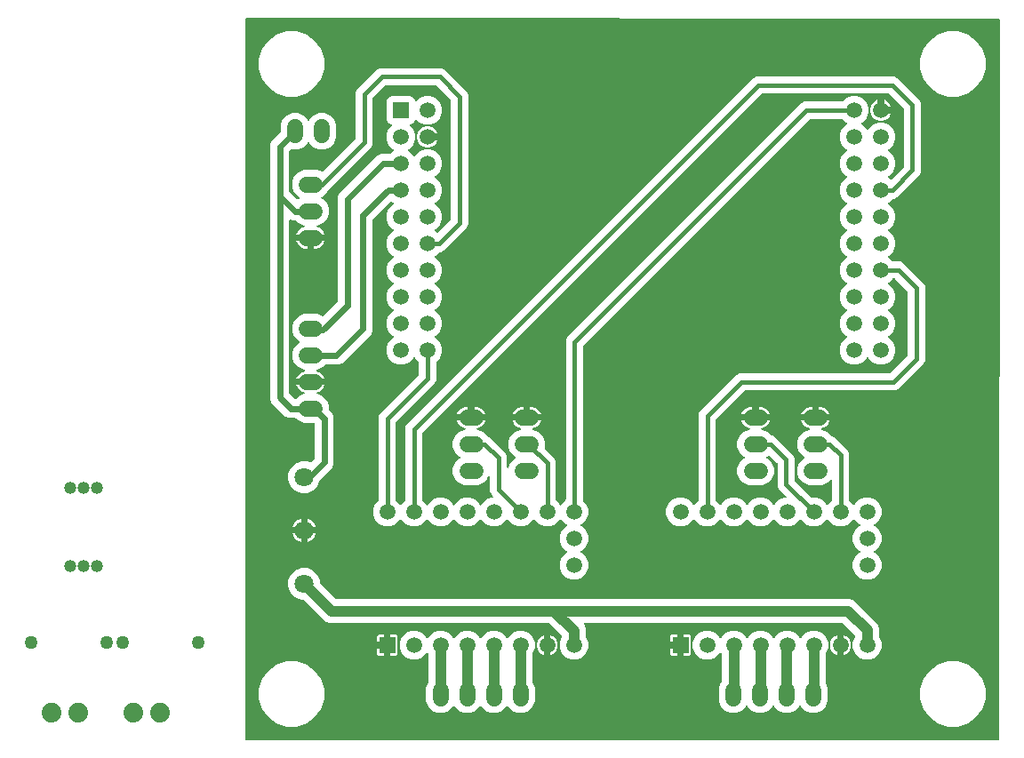
<source format=gbr>
G04 EAGLE Gerber RS-274X export*
G75*
%MOMM*%
%FSLAX34Y34*%
%LPD*%
%INTop Copper*%
%IPPOS*%
%AMOC8*
5,1,8,0,0,1.08239X$1,22.5*%
G01*
G04 Define Apertures*
%ADD10C,1.500000*%
%ADD11R,1.500000X1.500000*%
%ADD12C,1.524000*%
%ADD13R,1.520000X1.520000*%
%ADD14C,1.520000*%
%ADD15C,1.800000*%
%ADD16C,1.879600*%
%ADD17C,1.260000*%
%ADD18C,1.185000*%
%ADD19C,0.609600*%
%ADD20C,1.016000*%
%ADD21C,0.406400*%
G36*
X723449Y6156D02*
X723152Y6096D01*
X6858Y6096D01*
X6583Y6147D01*
X6328Y6311D01*
X6156Y6561D01*
X6096Y6858D01*
X6096Y693133D01*
X6148Y693408D01*
X6311Y693664D01*
X6562Y693835D01*
X6859Y693895D01*
X724133Y692913D01*
X724408Y692862D01*
X724663Y692698D01*
X724834Y692448D01*
X724894Y692150D01*
X723914Y6857D01*
X723863Y6583D01*
X723699Y6328D01*
X723449Y6156D01*
G37*
%LPC*%
G36*
X675070Y618872D02*
X684930Y618872D01*
X694308Y621919D01*
X702285Y627715D01*
X708081Y635692D01*
X711128Y645070D01*
X711128Y654930D01*
X708081Y664308D01*
X702285Y672285D01*
X694308Y678081D01*
X684930Y681128D01*
X675070Y681128D01*
X665692Y678081D01*
X657715Y672285D01*
X651919Y664308D01*
X648872Y654930D01*
X648872Y645070D01*
X651919Y635692D01*
X657715Y627715D01*
X665692Y621919D01*
X675070Y618872D01*
G37*
G36*
X45070Y618872D02*
X54930Y618872D01*
X64308Y621919D01*
X72285Y627715D01*
X78081Y635692D01*
X81128Y645070D01*
X81128Y654930D01*
X78081Y664308D01*
X72285Y672285D01*
X64308Y678081D01*
X54930Y681128D01*
X45070Y681128D01*
X35692Y678081D01*
X27715Y672285D01*
X21919Y664308D01*
X18872Y654930D01*
X18872Y645070D01*
X21919Y635692D01*
X27715Y627715D01*
X35692Y621919D01*
X45070Y618872D01*
G37*
G36*
X316196Y159104D02*
X321604Y159104D01*
X326602Y161174D01*
X330426Y164998D01*
X332496Y169996D01*
X332496Y175404D01*
X330426Y180402D01*
X326602Y184226D01*
X325467Y184696D01*
X325242Y184840D01*
X325064Y185086D01*
X324997Y185382D01*
X325050Y185680D01*
X325216Y185935D01*
X325467Y186104D01*
X326602Y186574D01*
X330426Y190398D01*
X332496Y195396D01*
X332496Y200804D01*
X330426Y205802D01*
X326602Y209626D01*
X325467Y210096D01*
X325242Y210240D01*
X325064Y210486D01*
X324997Y210782D01*
X325050Y211080D01*
X325216Y211335D01*
X325467Y211504D01*
X326602Y211974D01*
X330426Y215798D01*
X332496Y220796D01*
X332496Y226204D01*
X330426Y231202D01*
X327663Y233965D01*
X327500Y234206D01*
X327440Y234504D01*
X327440Y381629D01*
X327495Y381915D01*
X327663Y382168D01*
X543334Y597839D01*
X543575Y598002D01*
X543872Y598062D01*
X574317Y598062D01*
X574603Y598006D01*
X574856Y597839D01*
X578116Y594579D01*
X579046Y594194D01*
X579271Y594050D01*
X579448Y593804D01*
X579516Y593508D01*
X579463Y593210D01*
X579297Y592956D01*
X579046Y592786D01*
X578116Y592401D01*
X574263Y588548D01*
X572178Y583514D01*
X572178Y578066D01*
X574263Y573032D01*
X578116Y569179D01*
X579046Y568794D01*
X579271Y568650D01*
X579448Y568404D01*
X579516Y568108D01*
X579463Y567810D01*
X579297Y567556D01*
X579046Y567386D01*
X578116Y567001D01*
X574263Y563148D01*
X572178Y558114D01*
X572178Y552666D01*
X574263Y547632D01*
X578116Y543779D01*
X579046Y543394D01*
X579271Y543250D01*
X579448Y543004D01*
X579516Y542708D01*
X579463Y542410D01*
X579297Y542156D01*
X579046Y541986D01*
X578116Y541601D01*
X574263Y537748D01*
X572178Y532714D01*
X572178Y527266D01*
X574263Y522232D01*
X578116Y518379D01*
X579046Y517994D01*
X579271Y517850D01*
X579448Y517604D01*
X579516Y517308D01*
X579463Y517010D01*
X579297Y516756D01*
X579046Y516586D01*
X578116Y516201D01*
X574263Y512348D01*
X572178Y507314D01*
X572178Y501866D01*
X574263Y496832D01*
X578116Y492979D01*
X579046Y492594D01*
X579271Y492450D01*
X579448Y492204D01*
X579516Y491908D01*
X579463Y491610D01*
X579297Y491356D01*
X579046Y491186D01*
X578116Y490801D01*
X574263Y486948D01*
X572178Y481914D01*
X572178Y476466D01*
X574263Y471432D01*
X578116Y467579D01*
X579046Y467194D01*
X579271Y467050D01*
X579448Y466804D01*
X579516Y466508D01*
X579463Y466210D01*
X579297Y465956D01*
X579046Y465786D01*
X578116Y465401D01*
X574263Y461548D01*
X572178Y456514D01*
X572178Y451066D01*
X574263Y446032D01*
X578116Y442179D01*
X579046Y441794D01*
X579271Y441650D01*
X579448Y441404D01*
X579516Y441108D01*
X579463Y440810D01*
X579297Y440556D01*
X579046Y440386D01*
X578116Y440001D01*
X574263Y436148D01*
X572178Y431114D01*
X572178Y425666D01*
X574263Y420632D01*
X578116Y416779D01*
X579046Y416394D01*
X579271Y416250D01*
X579448Y416004D01*
X579516Y415708D01*
X579463Y415410D01*
X579297Y415156D01*
X579046Y414986D01*
X578116Y414601D01*
X574263Y410748D01*
X572178Y405714D01*
X572178Y400266D01*
X574263Y395232D01*
X578116Y391379D01*
X579046Y390994D01*
X579271Y390850D01*
X579448Y390604D01*
X579516Y390308D01*
X579463Y390010D01*
X579297Y389756D01*
X579046Y389586D01*
X578116Y389201D01*
X574263Y385348D01*
X572178Y380314D01*
X572178Y374866D01*
X574263Y369832D01*
X578116Y365979D01*
X583150Y363894D01*
X588598Y363894D01*
X593632Y365979D01*
X597485Y369832D01*
X597870Y370762D01*
X598014Y370987D01*
X598260Y371164D01*
X598556Y371232D01*
X598854Y371178D01*
X599109Y371013D01*
X599278Y370762D01*
X599663Y369832D01*
X603516Y365979D01*
X608550Y363894D01*
X613998Y363894D01*
X619032Y365979D01*
X622885Y369832D01*
X624970Y374866D01*
X624970Y380314D01*
X622885Y385348D01*
X619032Y389201D01*
X618103Y389586D01*
X617877Y389730D01*
X617700Y389976D01*
X617632Y390272D01*
X617686Y390570D01*
X617851Y390825D01*
X618103Y390994D01*
X619032Y391379D01*
X622885Y395232D01*
X624970Y400266D01*
X624970Y405714D01*
X622885Y410748D01*
X619032Y414601D01*
X618103Y414986D01*
X617877Y415130D01*
X617700Y415376D01*
X617632Y415672D01*
X617686Y415970D01*
X617851Y416225D01*
X618103Y416394D01*
X619032Y416779D01*
X622885Y420632D01*
X624970Y425666D01*
X624970Y431114D01*
X622885Y436148D01*
X619032Y440001D01*
X618103Y440386D01*
X617877Y440530D01*
X617700Y440776D01*
X617632Y441072D01*
X617686Y441370D01*
X617851Y441625D01*
X618103Y441794D01*
X619032Y442179D01*
X622403Y445550D01*
X622645Y445713D01*
X622942Y445774D01*
X624463Y445774D01*
X624749Y445718D01*
X625001Y445550D01*
X636897Y433654D01*
X637060Y433413D01*
X637121Y433116D01*
X637121Y373066D01*
X637065Y372780D01*
X636897Y372527D01*
X620027Y355657D01*
X619786Y355494D01*
X619489Y355434D01*
X476855Y355434D01*
X473867Y354196D01*
X438896Y319225D01*
X437658Y316237D01*
X437658Y234915D01*
X437603Y234629D01*
X437435Y234376D01*
X434260Y231202D01*
X433790Y230067D01*
X433646Y229842D01*
X433400Y229664D01*
X433104Y229597D01*
X432806Y229650D01*
X432552Y229816D01*
X432382Y230067D01*
X431912Y231202D01*
X428088Y235026D01*
X423091Y237096D01*
X417682Y237096D01*
X412685Y235026D01*
X408860Y231202D01*
X406790Y226204D01*
X406790Y220796D01*
X408860Y215798D01*
X412685Y211974D01*
X417682Y209904D01*
X423091Y209904D01*
X428088Y211974D01*
X431912Y215798D01*
X432382Y216933D01*
X432526Y217158D01*
X432772Y217336D01*
X433068Y217403D01*
X433367Y217350D01*
X433621Y217184D01*
X433790Y216933D01*
X434260Y215798D01*
X438085Y211974D01*
X443082Y209904D01*
X448491Y209904D01*
X453488Y211974D01*
X457312Y215798D01*
X457782Y216933D01*
X457926Y217158D01*
X458172Y217336D01*
X458468Y217403D01*
X458767Y217350D01*
X459021Y217184D01*
X459190Y216933D01*
X459660Y215798D01*
X463485Y211974D01*
X468482Y209904D01*
X473891Y209904D01*
X478888Y211974D01*
X482712Y215798D01*
X483182Y216933D01*
X483326Y217158D01*
X483572Y217336D01*
X483868Y217403D01*
X484167Y217350D01*
X484421Y217184D01*
X484590Y216933D01*
X485060Y215798D01*
X488885Y211974D01*
X493882Y209904D01*
X499291Y209904D01*
X504288Y211974D01*
X508112Y215798D01*
X508582Y216933D01*
X508726Y217158D01*
X508972Y217336D01*
X509268Y217403D01*
X509567Y217350D01*
X509821Y217184D01*
X509990Y216933D01*
X510460Y215798D01*
X514285Y211974D01*
X519282Y209904D01*
X524691Y209904D01*
X529688Y211974D01*
X533512Y215798D01*
X533982Y216933D01*
X534126Y217158D01*
X534372Y217336D01*
X534668Y217403D01*
X534967Y217350D01*
X535221Y217184D01*
X535390Y216933D01*
X535860Y215798D01*
X539685Y211974D01*
X544682Y209904D01*
X550091Y209904D01*
X555088Y211974D01*
X558912Y215798D01*
X559382Y216933D01*
X559526Y217158D01*
X559772Y217336D01*
X560068Y217403D01*
X560367Y217350D01*
X560621Y217184D01*
X560790Y216933D01*
X561260Y215798D01*
X565085Y211974D01*
X570082Y209904D01*
X575491Y209904D01*
X580488Y211974D01*
X584312Y215798D01*
X584782Y216933D01*
X584926Y217158D01*
X585172Y217336D01*
X585468Y217403D01*
X585767Y217350D01*
X586021Y217184D01*
X586190Y216933D01*
X586660Y215798D01*
X590485Y211974D01*
X591619Y211504D01*
X591844Y211360D01*
X592022Y211114D01*
X592089Y210818D01*
X592036Y210520D01*
X591871Y210266D01*
X591619Y210096D01*
X590485Y209626D01*
X586660Y205802D01*
X584590Y200804D01*
X584590Y195396D01*
X586660Y190398D01*
X590485Y186574D01*
X591619Y186104D01*
X591844Y185960D01*
X592022Y185714D01*
X592089Y185418D01*
X592036Y185120D01*
X591871Y184866D01*
X591619Y184696D01*
X590485Y184226D01*
X586660Y180402D01*
X584590Y175404D01*
X584590Y169996D01*
X586660Y164998D01*
X590485Y161174D01*
X595482Y159104D01*
X600891Y159104D01*
X605888Y161174D01*
X609712Y164998D01*
X611782Y169996D01*
X611782Y175404D01*
X609712Y180402D01*
X605888Y184226D01*
X604753Y184696D01*
X604528Y184840D01*
X604351Y185086D01*
X604283Y185382D01*
X604336Y185680D01*
X604502Y185935D01*
X604753Y186104D01*
X605888Y186574D01*
X609712Y190398D01*
X611782Y195396D01*
X611782Y200804D01*
X609712Y205802D01*
X605888Y209626D01*
X604753Y210096D01*
X604528Y210240D01*
X604351Y210486D01*
X604283Y210782D01*
X604336Y211080D01*
X604502Y211335D01*
X604753Y211504D01*
X605888Y211974D01*
X609712Y215798D01*
X611782Y220796D01*
X611782Y226204D01*
X609712Y231202D01*
X605888Y235026D01*
X600891Y237096D01*
X595482Y237096D01*
X590485Y235026D01*
X586660Y231202D01*
X586190Y230067D01*
X586046Y229842D01*
X585800Y229664D01*
X585504Y229597D01*
X585206Y229650D01*
X584952Y229816D01*
X584782Y230067D01*
X584312Y231202D01*
X581137Y234376D01*
X580975Y234618D01*
X580914Y234915D01*
X580914Y278831D01*
X579677Y281818D01*
X566604Y294891D01*
X564546Y295743D01*
X564299Y295908D01*
X560580Y299628D01*
X555538Y301716D01*
X554983Y301716D01*
X554725Y301761D01*
X554466Y301918D01*
X554288Y302164D01*
X554221Y302460D01*
X554274Y302758D01*
X554439Y303013D01*
X554691Y303182D01*
X558565Y304787D01*
X561423Y307645D01*
X562545Y310352D01*
X535455Y310352D01*
X536577Y307645D01*
X539435Y304787D01*
X543309Y303182D01*
X543530Y303042D01*
X543709Y302797D01*
X543779Y302502D01*
X543728Y302203D01*
X543565Y301948D01*
X543315Y301776D01*
X543017Y301716D01*
X542462Y301716D01*
X537421Y299628D01*
X533562Y295770D01*
X531474Y290728D01*
X531474Y285272D01*
X533562Y280231D01*
X537421Y276372D01*
X538309Y276004D01*
X538535Y275860D01*
X538712Y275614D01*
X538779Y275318D01*
X538726Y275020D01*
X538561Y274766D01*
X538309Y274596D01*
X537421Y274228D01*
X533562Y270370D01*
X531474Y265328D01*
X531474Y259872D01*
X533562Y254831D01*
X537421Y250972D01*
X542462Y248884D01*
X555538Y248884D01*
X560580Y250972D01*
X563357Y253750D01*
X563577Y253903D01*
X563872Y253973D01*
X564171Y253922D01*
X564426Y253759D01*
X564598Y253508D01*
X564658Y253211D01*
X564658Y234915D01*
X564603Y234629D01*
X564435Y234376D01*
X561260Y231202D01*
X560790Y230067D01*
X560646Y229842D01*
X560400Y229664D01*
X560104Y229597D01*
X559806Y229650D01*
X559552Y229816D01*
X559382Y230067D01*
X558912Y231202D01*
X555088Y235026D01*
X550091Y237096D01*
X545601Y237096D01*
X545315Y237152D01*
X545062Y237319D01*
X529351Y253030D01*
X529188Y253271D01*
X529128Y253569D01*
X529128Y274617D01*
X527891Y277604D01*
X510604Y294891D01*
X507617Y296128D01*
X507395Y296128D01*
X507109Y296184D01*
X506856Y296351D01*
X503580Y299628D01*
X498538Y301716D01*
X497983Y301716D01*
X497725Y301761D01*
X497466Y301918D01*
X497288Y302164D01*
X497221Y302460D01*
X497274Y302758D01*
X497439Y303013D01*
X497691Y303182D01*
X501565Y304787D01*
X504423Y307645D01*
X505545Y310352D01*
X478455Y310352D01*
X479577Y307645D01*
X482435Y304787D01*
X486309Y303182D01*
X486530Y303042D01*
X486709Y302797D01*
X486779Y302502D01*
X486728Y302203D01*
X486565Y301948D01*
X486315Y301776D01*
X486017Y301716D01*
X485462Y301716D01*
X480421Y299628D01*
X476562Y295770D01*
X474474Y290728D01*
X474474Y285272D01*
X476562Y280231D01*
X480421Y276372D01*
X481309Y276004D01*
X481535Y275860D01*
X481712Y275614D01*
X481779Y275318D01*
X481726Y275020D01*
X481561Y274766D01*
X481309Y274596D01*
X480421Y274228D01*
X476562Y270370D01*
X474474Y265328D01*
X474474Y259872D01*
X476562Y254831D01*
X480421Y250972D01*
X485462Y248884D01*
X498538Y248884D01*
X503580Y250972D01*
X507438Y254831D01*
X509526Y259872D01*
X509526Y265328D01*
X507438Y270370D01*
X503580Y274228D01*
X502691Y274596D01*
X502465Y274740D01*
X502288Y274986D01*
X502221Y275282D01*
X502274Y275580D01*
X502439Y275835D01*
X502691Y276004D01*
X503580Y276372D01*
X504318Y277110D01*
X504548Y277268D01*
X504844Y277333D01*
X505142Y277278D01*
X505395Y277110D01*
X512649Y269856D01*
X512812Y269615D01*
X512872Y269318D01*
X512872Y248269D01*
X514109Y245282D01*
X520995Y238397D01*
X521148Y238177D01*
X521218Y237882D01*
X521167Y237583D01*
X521003Y237328D01*
X520753Y237156D01*
X520456Y237096D01*
X519282Y237096D01*
X514285Y235026D01*
X510460Y231202D01*
X509990Y230067D01*
X509846Y229842D01*
X509600Y229664D01*
X509304Y229597D01*
X509006Y229650D01*
X508752Y229816D01*
X508582Y230067D01*
X508112Y231202D01*
X504288Y235026D01*
X499291Y237096D01*
X493882Y237096D01*
X488885Y235026D01*
X485060Y231202D01*
X484590Y230067D01*
X484446Y229842D01*
X484200Y229664D01*
X483904Y229597D01*
X483606Y229650D01*
X483352Y229816D01*
X483182Y230067D01*
X482712Y231202D01*
X478888Y235026D01*
X473891Y237096D01*
X468482Y237096D01*
X463485Y235026D01*
X459660Y231202D01*
X459190Y230067D01*
X459046Y229842D01*
X458800Y229664D01*
X458504Y229597D01*
X458206Y229650D01*
X457952Y229816D01*
X457782Y230067D01*
X457312Y231202D01*
X454137Y234376D01*
X453975Y234618D01*
X453914Y234915D01*
X453914Y310938D01*
X453970Y311224D01*
X454137Y311477D01*
X481615Y338954D01*
X481857Y339117D01*
X482154Y339178D01*
X624788Y339178D01*
X627775Y340415D01*
X652139Y364779D01*
X653377Y367767D01*
X653377Y438415D01*
X652139Y441402D01*
X632749Y460792D01*
X629762Y462030D01*
X622719Y462030D01*
X622433Y462085D01*
X622180Y462253D01*
X619032Y465401D01*
X618103Y465786D01*
X617877Y465930D01*
X617700Y466176D01*
X617632Y466472D01*
X617686Y466770D01*
X617851Y467025D01*
X618103Y467194D01*
X619032Y467579D01*
X622885Y471432D01*
X624970Y476466D01*
X624970Y481914D01*
X622885Y486948D01*
X619032Y490801D01*
X618103Y491186D01*
X617877Y491330D01*
X617700Y491576D01*
X617632Y491872D01*
X617686Y492170D01*
X617851Y492425D01*
X618103Y492594D01*
X619032Y492979D01*
X622885Y496832D01*
X624970Y501866D01*
X624970Y507314D01*
X622885Y512348D01*
X619032Y516201D01*
X618103Y516586D01*
X617877Y516730D01*
X617700Y516976D01*
X617632Y517272D01*
X617686Y517570D01*
X617851Y517825D01*
X618103Y517994D01*
X619032Y518379D01*
X622292Y521639D01*
X622534Y521802D01*
X622831Y521862D01*
X623891Y521862D01*
X626878Y523099D01*
X648139Y544360D01*
X649377Y547348D01*
X649377Y612555D01*
X648139Y615542D01*
X626775Y636906D01*
X623788Y638143D01*
X492803Y638143D01*
X489815Y636906D01*
X159560Y306651D01*
X158323Y303663D01*
X158323Y234866D01*
X158267Y234580D01*
X158100Y234327D01*
X154974Y231202D01*
X154504Y230067D01*
X154360Y229842D01*
X154114Y229664D01*
X153818Y229597D01*
X153520Y229650D01*
X153266Y229816D01*
X153096Y230067D01*
X152626Y231202D01*
X149351Y234476D01*
X149188Y234718D01*
X149128Y235015D01*
X149128Y308318D01*
X149184Y308604D01*
X149351Y308856D01*
X186365Y345870D01*
X187602Y348857D01*
X187602Y366033D01*
X187658Y366319D01*
X187825Y366572D01*
X191085Y369832D01*
X193170Y374866D01*
X193170Y380314D01*
X191085Y385348D01*
X187232Y389201D01*
X186303Y389586D01*
X186077Y389730D01*
X185900Y389976D01*
X185832Y390272D01*
X185886Y390570D01*
X186051Y390825D01*
X186303Y390994D01*
X187232Y391379D01*
X191085Y395232D01*
X193170Y400266D01*
X193170Y405714D01*
X191085Y410748D01*
X187232Y414601D01*
X186303Y414986D01*
X186077Y415130D01*
X185900Y415376D01*
X185832Y415672D01*
X185886Y415970D01*
X186051Y416225D01*
X186303Y416394D01*
X187232Y416779D01*
X191085Y420632D01*
X193170Y425666D01*
X193170Y431114D01*
X191085Y436148D01*
X187232Y440001D01*
X186303Y440386D01*
X186077Y440530D01*
X185900Y440776D01*
X185832Y441072D01*
X185886Y441370D01*
X186051Y441625D01*
X186303Y441794D01*
X187232Y442179D01*
X191085Y446032D01*
X193170Y451066D01*
X193170Y456514D01*
X191085Y461548D01*
X187232Y465401D01*
X186303Y465786D01*
X186077Y465930D01*
X185900Y466176D01*
X185832Y466472D01*
X185886Y466770D01*
X186051Y467025D01*
X186303Y467194D01*
X187232Y467579D01*
X190492Y470839D01*
X190734Y471002D01*
X191031Y471062D01*
X191807Y471062D01*
X194794Y472299D01*
X216891Y494396D01*
X218128Y497383D01*
X218128Y620617D01*
X216891Y623604D01*
X195604Y644891D01*
X192617Y646128D01*
X134383Y646128D01*
X131396Y644891D01*
X112109Y625604D01*
X110872Y622617D01*
X110872Y579082D01*
X110816Y578796D01*
X110649Y578544D01*
X79624Y547519D01*
X79388Y547358D01*
X79091Y547295D01*
X78794Y547353D01*
X74538Y549116D01*
X61462Y549116D01*
X56421Y547028D01*
X52562Y543170D01*
X50474Y538128D01*
X50474Y532672D01*
X52562Y527631D01*
X56421Y523772D01*
X57309Y523404D01*
X57535Y523260D01*
X57712Y523014D01*
X57779Y522718D01*
X57726Y522420D01*
X57561Y522166D01*
X57309Y521996D01*
X56421Y521628D01*
X55901Y521108D01*
X55670Y520950D01*
X55374Y520885D01*
X55076Y520941D01*
X54823Y521108D01*
X47961Y527970D01*
X47799Y528212D01*
X47738Y528509D01*
X47738Y567238D01*
X47794Y567524D01*
X47961Y567776D01*
X48859Y568674D01*
X49095Y568835D01*
X49392Y568897D01*
X49690Y568839D01*
X50572Y568474D01*
X56028Y568474D01*
X61070Y570562D01*
X64928Y574421D01*
X65296Y575309D01*
X65440Y575535D01*
X65686Y575712D01*
X65982Y575779D01*
X66280Y575726D01*
X66535Y575561D01*
X66704Y575309D01*
X67072Y574421D01*
X70931Y570562D01*
X75972Y568474D01*
X81428Y568474D01*
X86470Y570562D01*
X90328Y574421D01*
X92416Y579462D01*
X92416Y592538D01*
X90328Y597580D01*
X86470Y601438D01*
X81428Y603526D01*
X75972Y603526D01*
X70931Y601438D01*
X67072Y597580D01*
X66704Y596691D01*
X66560Y596465D01*
X66314Y596288D01*
X66018Y596221D01*
X65720Y596274D01*
X65466Y596439D01*
X65296Y596691D01*
X64928Y597580D01*
X61070Y601438D01*
X56028Y603526D01*
X50572Y603526D01*
X45531Y601438D01*
X41672Y597580D01*
X39584Y592538D01*
X39584Y585578D01*
X39528Y585292D01*
X39361Y585039D01*
X30842Y576520D01*
X29450Y573160D01*
X29450Y330887D01*
X30842Y327526D01*
X44220Y314148D01*
X47581Y312756D01*
X53621Y312756D01*
X53907Y312700D01*
X54160Y312533D01*
X56421Y310272D01*
X61462Y308184D01*
X71094Y308184D01*
X71369Y308133D01*
X71624Y307969D01*
X71796Y307719D01*
X71856Y307422D01*
X71856Y274703D01*
X71800Y274417D01*
X71633Y274164D01*
X68306Y270837D01*
X68070Y270677D01*
X67773Y270614D01*
X67475Y270672D01*
X65003Y271696D01*
X58997Y271696D01*
X53449Y269398D01*
X49202Y265151D01*
X46904Y259603D01*
X46904Y253597D01*
X49202Y248049D01*
X53449Y243802D01*
X58997Y241504D01*
X65003Y241504D01*
X70551Y243802D01*
X74798Y248049D01*
X77151Y253729D01*
X77152Y253735D01*
X77319Y253988D01*
X88752Y265420D01*
X90144Y268781D01*
X90144Y313719D01*
X88752Y317080D01*
X85749Y320082D01*
X85586Y320324D01*
X85526Y320621D01*
X85526Y324628D01*
X83438Y329670D01*
X79580Y333528D01*
X74538Y335616D01*
X73983Y335616D01*
X73725Y335661D01*
X73466Y335818D01*
X73288Y336064D01*
X73221Y336360D01*
X73274Y336658D01*
X73439Y336913D01*
X73691Y337082D01*
X77565Y338687D01*
X80423Y341545D01*
X81545Y344252D01*
X54455Y344252D01*
X55577Y341545D01*
X58435Y338687D01*
X62309Y337082D01*
X62530Y336942D01*
X62709Y336697D01*
X62779Y336402D01*
X62728Y336103D01*
X62565Y335848D01*
X62315Y335676D01*
X62017Y335616D01*
X61462Y335616D01*
X56421Y333528D01*
X54160Y331267D01*
X53918Y331104D01*
X53621Y331044D01*
X53503Y331044D01*
X53217Y331100D01*
X52964Y331267D01*
X47961Y336270D01*
X47799Y336512D01*
X47738Y336809D01*
X47738Y501142D01*
X47787Y501411D01*
X47949Y501667D01*
X48197Y501841D01*
X48494Y501904D01*
X48792Y501846D01*
X51181Y500856D01*
X53621Y500856D01*
X53907Y500800D01*
X54160Y500633D01*
X56421Y498372D01*
X61462Y496284D01*
X62017Y496284D01*
X62275Y496239D01*
X62534Y496082D01*
X62712Y495836D01*
X62779Y495540D01*
X62726Y495242D01*
X62561Y494988D01*
X62309Y494818D01*
X58435Y493213D01*
X55577Y490355D01*
X54455Y487648D01*
X81545Y487648D01*
X80423Y490355D01*
X77565Y493213D01*
X73691Y494818D01*
X73470Y494958D01*
X73291Y495203D01*
X73221Y495498D01*
X73272Y495797D01*
X73435Y496052D01*
X73685Y496224D01*
X73983Y496284D01*
X74538Y496284D01*
X79580Y498372D01*
X83438Y502231D01*
X85526Y507272D01*
X85526Y512728D01*
X83438Y517770D01*
X79580Y521628D01*
X78691Y521996D01*
X78465Y522140D01*
X78288Y522386D01*
X78221Y522682D01*
X78274Y522980D01*
X78439Y523235D01*
X78691Y523404D01*
X79580Y523772D01*
X83438Y527631D01*
X83884Y528707D01*
X84049Y528954D01*
X125891Y570796D01*
X127128Y573783D01*
X127128Y617318D01*
X127184Y617604D01*
X127351Y617856D01*
X139144Y629649D01*
X139385Y629812D01*
X139682Y629872D01*
X187318Y629872D01*
X187604Y629816D01*
X187856Y629649D01*
X201649Y615856D01*
X201812Y615615D01*
X201872Y615318D01*
X201872Y502682D01*
X201816Y502396D01*
X201649Y502144D01*
X189308Y489803D01*
X189078Y489645D01*
X188781Y489580D01*
X188483Y489635D01*
X188230Y489803D01*
X187232Y490801D01*
X186303Y491186D01*
X186077Y491330D01*
X185900Y491576D01*
X185832Y491872D01*
X185886Y492170D01*
X186051Y492425D01*
X186303Y492594D01*
X187232Y492979D01*
X191085Y496832D01*
X193170Y501866D01*
X193170Y507314D01*
X191085Y512348D01*
X187232Y516201D01*
X186303Y516586D01*
X186077Y516730D01*
X185900Y516976D01*
X185832Y517272D01*
X185886Y517570D01*
X186051Y517825D01*
X186303Y517994D01*
X187232Y518379D01*
X191085Y522232D01*
X193170Y527266D01*
X193170Y532714D01*
X191085Y537748D01*
X187232Y541601D01*
X186303Y541986D01*
X186077Y542130D01*
X185900Y542376D01*
X185832Y542672D01*
X185886Y542970D01*
X186051Y543225D01*
X186303Y543394D01*
X187232Y543779D01*
X191085Y547632D01*
X193170Y552666D01*
X193170Y558114D01*
X191085Y563148D01*
X187232Y567001D01*
X182198Y569086D01*
X176750Y569086D01*
X171716Y567001D01*
X167863Y563148D01*
X167478Y562219D01*
X167334Y561993D01*
X167088Y561816D01*
X166792Y561748D01*
X166494Y561802D01*
X166240Y561967D01*
X166070Y562219D01*
X165685Y563148D01*
X161832Y567001D01*
X160903Y567386D01*
X160677Y567530D01*
X160500Y567776D01*
X160432Y568072D01*
X160486Y568370D01*
X160651Y568625D01*
X160903Y568794D01*
X161832Y569179D01*
X165685Y573032D01*
X167770Y578066D01*
X167770Y583514D01*
X165685Y588548D01*
X162882Y591352D01*
X162726Y591576D01*
X162659Y591872D01*
X162712Y592171D01*
X162877Y592425D01*
X163129Y592594D01*
X165127Y593422D01*
X166842Y595137D01*
X167670Y597135D01*
X167818Y597365D01*
X168065Y597540D01*
X168362Y597606D01*
X168660Y597550D01*
X168913Y597382D01*
X171716Y594579D01*
X176750Y592494D01*
X182198Y592494D01*
X187232Y594579D01*
X191085Y598432D01*
X193170Y603466D01*
X193170Y608914D01*
X191085Y613948D01*
X187232Y617801D01*
X182198Y619886D01*
X176750Y619886D01*
X171716Y617801D01*
X168913Y614998D01*
X168688Y614842D01*
X168392Y614775D01*
X168093Y614828D01*
X167839Y614993D01*
X167670Y615245D01*
X166842Y617243D01*
X165127Y618958D01*
X162887Y619886D01*
X145261Y619886D01*
X143021Y618958D01*
X141306Y617243D01*
X140378Y615003D01*
X140378Y597377D01*
X141306Y595137D01*
X143021Y593422D01*
X145019Y592594D01*
X145249Y592446D01*
X145424Y592199D01*
X145490Y591902D01*
X145434Y591604D01*
X145266Y591352D01*
X142463Y588548D01*
X140378Y583514D01*
X140378Y578066D01*
X142463Y573032D01*
X146316Y569179D01*
X147246Y568794D01*
X147471Y568650D01*
X147648Y568404D01*
X147716Y568108D01*
X147663Y567810D01*
X147497Y567556D01*
X147246Y567386D01*
X146316Y567001D01*
X144072Y564757D01*
X143831Y564594D01*
X143533Y564534D01*
X135255Y564534D01*
X131894Y563142D01*
X95248Y526496D01*
X93856Y523135D01*
X93856Y424203D01*
X93800Y423917D01*
X93633Y423664D01*
X80022Y410054D01*
X79786Y409893D01*
X79489Y409831D01*
X79192Y409889D01*
X74538Y411816D01*
X61462Y411816D01*
X56421Y409728D01*
X52562Y405870D01*
X50474Y400828D01*
X50474Y395372D01*
X52562Y390331D01*
X56421Y386472D01*
X57309Y386104D01*
X57535Y385960D01*
X57712Y385714D01*
X57779Y385418D01*
X57726Y385120D01*
X57561Y384866D01*
X57309Y384696D01*
X56421Y384328D01*
X52562Y380470D01*
X50474Y375428D01*
X50474Y369972D01*
X52562Y364931D01*
X56421Y361072D01*
X61462Y358984D01*
X62017Y358984D01*
X62275Y358939D01*
X62534Y358782D01*
X62712Y358536D01*
X62779Y358240D01*
X62726Y357942D01*
X62561Y357688D01*
X62309Y357518D01*
X58435Y355913D01*
X55577Y353055D01*
X54455Y350348D01*
X81545Y350348D01*
X80423Y353055D01*
X77565Y355913D01*
X73691Y357518D01*
X73470Y357658D01*
X73291Y357903D01*
X73221Y358198D01*
X73272Y358497D01*
X73435Y358752D01*
X73685Y358924D01*
X73983Y358984D01*
X74538Y358984D01*
X79580Y361072D01*
X81840Y363333D01*
X82082Y363496D01*
X82379Y363556D01*
X94519Y363556D01*
X97880Y364948D01*
X125752Y392820D01*
X127144Y396181D01*
X127144Y501813D01*
X127200Y502099D01*
X127367Y502352D01*
X144317Y519301D01*
X144547Y519459D01*
X144843Y519524D01*
X145141Y519468D01*
X145394Y519301D01*
X146316Y518379D01*
X147246Y517994D01*
X147471Y517850D01*
X147648Y517604D01*
X147716Y517308D01*
X147663Y517010D01*
X147497Y516756D01*
X147246Y516586D01*
X146316Y516201D01*
X142463Y512348D01*
X140378Y507314D01*
X140378Y501866D01*
X142463Y496832D01*
X146316Y492979D01*
X147246Y492594D01*
X147471Y492450D01*
X147648Y492204D01*
X147716Y491908D01*
X147663Y491610D01*
X147497Y491356D01*
X147246Y491186D01*
X146316Y490801D01*
X142463Y486948D01*
X140378Y481914D01*
X140378Y476466D01*
X142463Y471432D01*
X146316Y467579D01*
X147246Y467194D01*
X147471Y467050D01*
X147648Y466804D01*
X147716Y466508D01*
X147663Y466210D01*
X147497Y465956D01*
X147246Y465786D01*
X146316Y465401D01*
X142463Y461548D01*
X140378Y456514D01*
X140378Y451066D01*
X142463Y446032D01*
X146316Y442179D01*
X147246Y441794D01*
X147471Y441650D01*
X147648Y441404D01*
X147716Y441108D01*
X147663Y440810D01*
X147497Y440556D01*
X147246Y440386D01*
X146316Y440001D01*
X142463Y436148D01*
X140378Y431114D01*
X140378Y425666D01*
X142463Y420632D01*
X146316Y416779D01*
X147246Y416394D01*
X147471Y416250D01*
X147648Y416004D01*
X147716Y415708D01*
X147663Y415410D01*
X147497Y415156D01*
X147246Y414986D01*
X146316Y414601D01*
X142463Y410748D01*
X140378Y405714D01*
X140378Y400266D01*
X142463Y395232D01*
X146316Y391379D01*
X147246Y390994D01*
X147471Y390850D01*
X147648Y390604D01*
X147716Y390308D01*
X147663Y390010D01*
X147497Y389756D01*
X147246Y389586D01*
X146316Y389201D01*
X142463Y385348D01*
X140378Y380314D01*
X140378Y374866D01*
X142463Y369832D01*
X146316Y365979D01*
X151350Y363894D01*
X156798Y363894D01*
X161832Y365979D01*
X165685Y369832D01*
X166070Y370762D01*
X166214Y370987D01*
X166460Y371164D01*
X166756Y371232D01*
X167054Y371178D01*
X167309Y371013D01*
X167478Y370762D01*
X167863Y369832D01*
X171123Y366572D01*
X171286Y366331D01*
X171346Y366033D01*
X171346Y354156D01*
X171290Y353870D01*
X171123Y353618D01*
X134109Y316604D01*
X132872Y313617D01*
X132872Y234815D01*
X132816Y234529D01*
X132649Y234276D01*
X129574Y231202D01*
X127504Y226204D01*
X127504Y220796D01*
X129574Y215798D01*
X133398Y211974D01*
X138396Y209904D01*
X143804Y209904D01*
X148802Y211974D01*
X152626Y215798D01*
X153096Y216933D01*
X153240Y217158D01*
X153486Y217336D01*
X153782Y217403D01*
X154080Y217350D01*
X154335Y217184D01*
X154504Y216933D01*
X154974Y215798D01*
X158798Y211974D01*
X163796Y209904D01*
X169204Y209904D01*
X174202Y211974D01*
X178026Y215798D01*
X178496Y216933D01*
X178640Y217158D01*
X178886Y217336D01*
X179182Y217403D01*
X179480Y217350D01*
X179735Y217184D01*
X179904Y216933D01*
X180374Y215798D01*
X184198Y211974D01*
X189196Y209904D01*
X194604Y209904D01*
X199602Y211974D01*
X203426Y215798D01*
X203896Y216933D01*
X204040Y217158D01*
X204286Y217336D01*
X204582Y217403D01*
X204880Y217350D01*
X205135Y217184D01*
X205304Y216933D01*
X205774Y215798D01*
X209598Y211974D01*
X214596Y209904D01*
X220004Y209904D01*
X225002Y211974D01*
X228826Y215798D01*
X229296Y216933D01*
X229440Y217158D01*
X229686Y217336D01*
X229982Y217403D01*
X230280Y217350D01*
X230535Y217184D01*
X230704Y216933D01*
X231174Y215798D01*
X234998Y211974D01*
X239996Y209904D01*
X245404Y209904D01*
X250402Y211974D01*
X254226Y215798D01*
X254696Y216933D01*
X254840Y217158D01*
X255086Y217336D01*
X255382Y217403D01*
X255680Y217350D01*
X255935Y217184D01*
X256104Y216933D01*
X256574Y215798D01*
X260398Y211974D01*
X265396Y209904D01*
X270804Y209904D01*
X275802Y211974D01*
X279626Y215798D01*
X280096Y216933D01*
X280240Y217158D01*
X280486Y217336D01*
X280782Y217403D01*
X281080Y217350D01*
X281335Y217184D01*
X281504Y216933D01*
X281974Y215798D01*
X285798Y211974D01*
X290796Y209904D01*
X296204Y209904D01*
X301202Y211974D01*
X305026Y215798D01*
X305496Y216933D01*
X305640Y217158D01*
X305886Y217336D01*
X306182Y217403D01*
X306480Y217350D01*
X306735Y217184D01*
X306904Y216933D01*
X307374Y215798D01*
X311198Y211974D01*
X312333Y211504D01*
X312558Y211360D01*
X312736Y211114D01*
X312803Y210818D01*
X312750Y210520D01*
X312584Y210266D01*
X312333Y210096D01*
X311198Y209626D01*
X307374Y205802D01*
X305304Y200804D01*
X305304Y195396D01*
X307374Y190398D01*
X311198Y186574D01*
X312333Y186104D01*
X312558Y185960D01*
X312736Y185714D01*
X312803Y185418D01*
X312750Y185120D01*
X312584Y184866D01*
X312333Y184696D01*
X311198Y184226D01*
X307374Y180402D01*
X305304Y175404D01*
X305304Y169996D01*
X307374Y164998D01*
X311198Y161174D01*
X316196Y159104D01*
G37*
G36*
X177457Y570650D02*
X181491Y570650D01*
X185218Y572194D01*
X188070Y575046D01*
X189187Y577742D01*
X176426Y577742D01*
X176426Y583838D01*
X189187Y583838D01*
X188070Y586534D01*
X185218Y589386D01*
X181491Y590930D01*
X177457Y590930D01*
X173730Y589386D01*
X170878Y586534D01*
X169334Y582807D01*
X169334Y578773D01*
X170878Y575046D01*
X173730Y572194D01*
X177457Y570650D01*
G37*
G36*
X62169Y474440D02*
X64952Y474440D01*
X64952Y481552D01*
X54455Y481552D01*
X55577Y478845D01*
X58435Y475987D01*
X62169Y474440D01*
G37*
G36*
X71048Y474440D02*
X73831Y474440D01*
X77565Y475987D01*
X80423Y478845D01*
X81545Y481552D01*
X71048Y481552D01*
X71048Y474440D01*
G37*
G36*
X495048Y316448D02*
X505545Y316448D01*
X504423Y319155D01*
X501565Y322013D01*
X497831Y323560D01*
X495048Y323560D01*
X495048Y316448D01*
G37*
G36*
X478455Y316448D02*
X488952Y316448D01*
X488952Y323560D01*
X486169Y323560D01*
X482435Y322013D01*
X479577Y319155D01*
X478455Y316448D01*
G37*
G36*
X535455Y316448D02*
X545952Y316448D01*
X545952Y323560D01*
X543169Y323560D01*
X539435Y322013D01*
X536577Y319155D01*
X535455Y316448D01*
G37*
G36*
X552048Y316448D02*
X562545Y316448D01*
X561423Y319155D01*
X558565Y322013D01*
X554831Y323560D01*
X552048Y323560D01*
X552048Y316448D01*
G37*
G36*
X50772Y208848D02*
X58952Y208848D01*
X58952Y217028D01*
X55463Y215583D01*
X52217Y212337D01*
X50772Y208848D01*
G37*
G36*
X65048Y208848D02*
X73228Y208848D01*
X71783Y212337D01*
X68537Y215583D01*
X65048Y217028D01*
X65048Y208848D01*
G37*
G36*
X65048Y202752D02*
X65048Y194572D01*
X68537Y196017D01*
X71783Y199263D01*
X73228Y202752D01*
X65048Y202752D01*
G37*
G36*
X55463Y196017D02*
X58952Y194572D01*
X58952Y202752D01*
X50772Y202752D01*
X52217Y199263D01*
X55463Y196017D01*
G37*
G36*
X316196Y82904D02*
X321604Y82904D01*
X326602Y84974D01*
X330426Y88798D01*
X332496Y93796D01*
X332496Y99204D01*
X330426Y104202D01*
X330299Y104328D01*
X330136Y104570D01*
X330076Y104867D01*
X330076Y112323D01*
X328375Y116431D01*
X328282Y116523D01*
X328129Y116743D01*
X328059Y117038D01*
X328110Y117337D01*
X328274Y117592D01*
X328524Y117764D01*
X328821Y117824D01*
X574741Y117824D01*
X575027Y117768D01*
X575280Y117601D01*
X586787Y106094D01*
X586950Y105852D01*
X587010Y105555D01*
X587010Y104867D01*
X586955Y104581D01*
X586787Y104328D01*
X586660Y104202D01*
X584590Y99204D01*
X584590Y93796D01*
X586660Y88798D01*
X590485Y84974D01*
X595482Y82904D01*
X600891Y82904D01*
X605888Y84974D01*
X609712Y88798D01*
X611782Y93796D01*
X611782Y99204D01*
X609712Y104202D01*
X609585Y104328D01*
X609423Y104570D01*
X609362Y104867D01*
X609362Y112723D01*
X607661Y116831D01*
X586017Y138475D01*
X581909Y140176D01*
X92945Y140176D01*
X92659Y140232D01*
X92406Y140399D01*
X77319Y155486D01*
X77156Y155728D01*
X77096Y156025D01*
X77096Y158003D01*
X74798Y163551D01*
X70551Y167798D01*
X65003Y170096D01*
X58997Y170096D01*
X53449Y167798D01*
X49202Y163551D01*
X46904Y158003D01*
X46904Y151997D01*
X49202Y146449D01*
X53449Y142202D01*
X58997Y139904D01*
X60975Y139904D01*
X61261Y139848D01*
X61514Y139681D01*
X81669Y119525D01*
X85777Y117824D01*
X295055Y117824D01*
X295341Y117768D01*
X295594Y117601D01*
X307501Y105694D01*
X307664Y105452D01*
X307724Y105155D01*
X307724Y104867D01*
X307668Y104581D01*
X307501Y104328D01*
X307374Y104202D01*
X305304Y99204D01*
X305304Y93796D01*
X307374Y88798D01*
X311198Y84974D01*
X316196Y82904D01*
G37*
G36*
X468172Y31792D02*
X473628Y31792D01*
X478670Y33880D01*
X482528Y37739D01*
X482896Y38627D01*
X483040Y38853D01*
X483286Y39030D01*
X483582Y39098D01*
X483880Y39044D01*
X484135Y38879D01*
X484304Y38627D01*
X484672Y37739D01*
X488531Y33880D01*
X493572Y31792D01*
X499028Y31792D01*
X504070Y33880D01*
X507928Y37739D01*
X508296Y38627D01*
X508440Y38853D01*
X508686Y39030D01*
X508982Y39098D01*
X509280Y39044D01*
X509535Y38879D01*
X509704Y38627D01*
X510072Y37739D01*
X513931Y33880D01*
X518972Y31792D01*
X524428Y31792D01*
X529470Y33880D01*
X533328Y37739D01*
X533696Y38627D01*
X533840Y38853D01*
X534086Y39030D01*
X534382Y39098D01*
X534680Y39044D01*
X534935Y38879D01*
X535104Y38627D01*
X535472Y37739D01*
X539331Y33880D01*
X544372Y31792D01*
X549828Y31792D01*
X554870Y33880D01*
X558728Y37739D01*
X560816Y42780D01*
X560816Y55856D01*
X558698Y60970D01*
X558623Y61082D01*
X558562Y61379D01*
X558562Y88133D01*
X558618Y88419D01*
X558785Y88672D01*
X558912Y88798D01*
X560982Y93796D01*
X560982Y99204D01*
X558912Y104202D01*
X555088Y108026D01*
X550091Y110096D01*
X544682Y110096D01*
X539685Y108026D01*
X535860Y104202D01*
X535390Y103067D01*
X535246Y102842D01*
X535000Y102664D01*
X534704Y102597D01*
X534406Y102650D01*
X534152Y102816D01*
X533982Y103067D01*
X533512Y104202D01*
X529688Y108026D01*
X524691Y110096D01*
X519282Y110096D01*
X514285Y108026D01*
X510460Y104202D01*
X509990Y103067D01*
X509846Y102842D01*
X509600Y102664D01*
X509304Y102597D01*
X509006Y102650D01*
X508752Y102816D01*
X508582Y103067D01*
X508112Y104202D01*
X504288Y108026D01*
X499291Y110096D01*
X493882Y110096D01*
X488885Y108026D01*
X485060Y104202D01*
X484590Y103067D01*
X484446Y102842D01*
X484200Y102664D01*
X483904Y102597D01*
X483606Y102650D01*
X483352Y102816D01*
X483182Y103067D01*
X482712Y104202D01*
X478888Y108026D01*
X473891Y110096D01*
X468482Y110096D01*
X463485Y108026D01*
X459660Y104202D01*
X459190Y103067D01*
X459046Y102842D01*
X458800Y102664D01*
X458504Y102597D01*
X458206Y102650D01*
X457952Y102816D01*
X457782Y103067D01*
X457312Y104202D01*
X453488Y108026D01*
X448491Y110096D01*
X443082Y110096D01*
X438085Y108026D01*
X434260Y104202D01*
X432190Y99204D01*
X432190Y93796D01*
X434260Y88798D01*
X438085Y84974D01*
X443082Y82904D01*
X448491Y82904D01*
X453488Y84974D01*
X457312Y88798D01*
X457782Y89933D01*
X457926Y90158D01*
X458172Y90336D01*
X458468Y90403D01*
X458767Y90350D01*
X459021Y90184D01*
X459190Y89933D01*
X459660Y88798D01*
X459787Y88672D01*
X459950Y88430D01*
X460010Y88133D01*
X460010Y61951D01*
X459955Y61665D01*
X459787Y61412D01*
X459272Y60898D01*
X457184Y55856D01*
X457184Y42780D01*
X459272Y37739D01*
X463131Y33880D01*
X468172Y31792D01*
G37*
G36*
X189075Y31792D02*
X194532Y31792D01*
X199573Y33880D01*
X203431Y37739D01*
X203799Y38627D01*
X203943Y38853D01*
X204189Y39030D01*
X204485Y39098D01*
X204784Y39044D01*
X205038Y38879D01*
X205207Y38627D01*
X205575Y37739D01*
X209434Y33880D01*
X214475Y31792D01*
X219932Y31792D01*
X224973Y33880D01*
X228831Y37739D01*
X229199Y38627D01*
X229343Y38853D01*
X229589Y39030D01*
X229885Y39098D01*
X230184Y39044D01*
X230438Y38879D01*
X230607Y38627D01*
X230975Y37739D01*
X234834Y33880D01*
X239875Y31792D01*
X245332Y31792D01*
X250373Y33880D01*
X254231Y37739D01*
X254599Y38627D01*
X254743Y38853D01*
X254989Y39030D01*
X255285Y39098D01*
X255584Y39044D01*
X255838Y38879D01*
X256007Y38627D01*
X256375Y37739D01*
X260234Y33880D01*
X265275Y31792D01*
X270732Y31792D01*
X275773Y33880D01*
X279631Y37739D01*
X281719Y42780D01*
X281719Y55856D01*
X279631Y60898D01*
X279499Y61030D01*
X279336Y61271D01*
X279276Y61568D01*
X279276Y88133D01*
X279332Y88419D01*
X279499Y88672D01*
X279626Y88798D01*
X281696Y93796D01*
X281696Y99204D01*
X279626Y104202D01*
X275802Y108026D01*
X270804Y110096D01*
X265396Y110096D01*
X260398Y108026D01*
X256574Y104202D01*
X256104Y103067D01*
X255960Y102842D01*
X255714Y102664D01*
X255418Y102597D01*
X255120Y102650D01*
X254866Y102816D01*
X254696Y103067D01*
X254226Y104202D01*
X250402Y108026D01*
X245404Y110096D01*
X239996Y110096D01*
X234998Y108026D01*
X231174Y104202D01*
X230704Y103067D01*
X230560Y102842D01*
X230314Y102664D01*
X230018Y102597D01*
X229720Y102650D01*
X229466Y102816D01*
X229296Y103067D01*
X228826Y104202D01*
X225002Y108026D01*
X220004Y110096D01*
X214596Y110096D01*
X209598Y108026D01*
X205774Y104202D01*
X205304Y103067D01*
X205160Y102842D01*
X204914Y102664D01*
X204618Y102597D01*
X204320Y102650D01*
X204066Y102816D01*
X203896Y103067D01*
X203426Y104202D01*
X199602Y108026D01*
X194604Y110096D01*
X189196Y110096D01*
X184198Y108026D01*
X180374Y104202D01*
X179904Y103067D01*
X179760Y102842D01*
X179514Y102664D01*
X179218Y102597D01*
X178920Y102650D01*
X178666Y102816D01*
X178496Y103067D01*
X178026Y104202D01*
X174202Y108026D01*
X169204Y110096D01*
X163796Y110096D01*
X158798Y108026D01*
X154974Y104202D01*
X152904Y99204D01*
X152904Y93796D01*
X154974Y88798D01*
X158798Y84974D01*
X163796Y82904D01*
X169204Y82904D01*
X174202Y84974D01*
X178026Y88798D01*
X178496Y89933D01*
X178640Y90158D01*
X178886Y90336D01*
X179182Y90403D01*
X179480Y90350D01*
X179735Y90184D01*
X179904Y89933D01*
X180374Y88798D01*
X180404Y88768D01*
X180567Y88527D01*
X180627Y88229D01*
X180627Y61665D01*
X180572Y61379D01*
X180404Y61126D01*
X180175Y60898D01*
X178087Y55856D01*
X178087Y42780D01*
X180175Y37739D01*
X184034Y33880D01*
X189075Y31792D01*
G37*
G36*
X131060Y99548D02*
X138052Y99548D01*
X138052Y106540D01*
X132548Y106540D01*
X131060Y105052D01*
X131060Y99548D01*
G37*
G36*
X144148Y86460D02*
X149652Y86460D01*
X151140Y87948D01*
X151140Y105052D01*
X149652Y106540D01*
X144148Y106540D01*
X144148Y86460D01*
G37*
G36*
X423434Y86460D02*
X428938Y86460D01*
X430426Y87948D01*
X430426Y105052D01*
X428938Y106540D01*
X423434Y106540D01*
X423434Y86460D01*
G37*
G36*
X410346Y99548D02*
X417338Y99548D01*
X417338Y106540D01*
X411834Y106540D01*
X410346Y105052D01*
X410346Y99548D01*
G37*
G36*
X296548Y106105D02*
X296548Y86895D01*
X299187Y87989D01*
X302012Y90813D01*
X303540Y94503D01*
X303540Y98497D01*
X302012Y102187D01*
X299187Y105012D01*
X296548Y106105D01*
G37*
G36*
X287813Y87989D02*
X290452Y86895D01*
X290452Y106105D01*
X287813Y105012D01*
X284989Y102187D01*
X283460Y98497D01*
X283460Y94503D01*
X284989Y90813D01*
X287813Y87989D01*
G37*
G36*
X567099Y87989D02*
X569738Y86895D01*
X569738Y106105D01*
X567099Y105012D01*
X564275Y102187D01*
X562746Y98497D01*
X562746Y94503D01*
X564275Y90813D01*
X567099Y87989D01*
G37*
G36*
X575834Y106105D02*
X575834Y86895D01*
X578473Y87989D01*
X581298Y90813D01*
X582826Y94503D01*
X582826Y98497D01*
X581298Y102187D01*
X578473Y105012D01*
X575834Y106105D01*
G37*
G36*
X411834Y86460D02*
X417338Y86460D01*
X417338Y93452D01*
X410346Y93452D01*
X410346Y87948D01*
X411834Y86460D01*
G37*
G36*
X132548Y86460D02*
X138052Y86460D01*
X138052Y93452D01*
X131060Y93452D01*
X131060Y87948D01*
X132548Y86460D01*
G37*
G36*
X675070Y18872D02*
X684930Y18872D01*
X694308Y21919D01*
X702285Y27715D01*
X708081Y35692D01*
X711128Y45070D01*
X711128Y54930D01*
X708081Y64308D01*
X702285Y72285D01*
X694308Y78081D01*
X684930Y81128D01*
X675070Y81128D01*
X665692Y78081D01*
X657715Y72285D01*
X651919Y64308D01*
X648872Y54930D01*
X648872Y45070D01*
X651919Y35692D01*
X657715Y27715D01*
X665692Y21919D01*
X675070Y18872D01*
G37*
G36*
X45070Y18872D02*
X54930Y18872D01*
X64308Y21919D01*
X72285Y27715D01*
X78081Y35692D01*
X81128Y45070D01*
X81128Y54930D01*
X78081Y64308D01*
X72285Y72285D01*
X64308Y78081D01*
X54930Y81128D01*
X45070Y81128D01*
X35692Y78081D01*
X27715Y72285D01*
X21919Y64308D01*
X18872Y54930D01*
X18872Y45070D01*
X21919Y35692D01*
X27715Y27715D01*
X35692Y21919D01*
X45070Y18872D01*
G37*
%LPD*%
G36*
X306514Y229664D02*
X306218Y229597D01*
X305920Y229650D01*
X305666Y229816D01*
X305496Y230067D01*
X305026Y231202D01*
X301851Y234376D01*
X301688Y234618D01*
X301628Y234915D01*
X301628Y271626D01*
X300391Y274614D01*
X291361Y283644D01*
X291200Y283880D01*
X291138Y284176D01*
X291196Y284474D01*
X291526Y285272D01*
X291526Y290728D01*
X289438Y295770D01*
X285580Y299628D01*
X280538Y301716D01*
X279983Y301716D01*
X279725Y301761D01*
X279466Y301918D01*
X279288Y302164D01*
X279221Y302460D01*
X279274Y302758D01*
X279439Y303013D01*
X279691Y303182D01*
X283565Y304787D01*
X286423Y307645D01*
X287545Y310352D01*
X260455Y310352D01*
X261577Y307645D01*
X264435Y304787D01*
X268309Y303182D01*
X268530Y303042D01*
X268709Y302797D01*
X268779Y302502D01*
X268728Y302203D01*
X268565Y301948D01*
X268315Y301776D01*
X268017Y301716D01*
X267462Y301716D01*
X262421Y299628D01*
X258562Y295770D01*
X256474Y290728D01*
X256474Y285272D01*
X258562Y280231D01*
X262421Y276372D01*
X263309Y276004D01*
X263535Y275860D01*
X263712Y275614D01*
X263779Y275318D01*
X263726Y275020D01*
X263561Y274766D01*
X263309Y274596D01*
X262421Y274228D01*
X258562Y270370D01*
X256594Y265618D01*
X256454Y265397D01*
X256209Y265218D01*
X255914Y265148D01*
X255615Y265199D01*
X255360Y265362D01*
X255188Y265612D01*
X255128Y265910D01*
X255128Y276617D01*
X253891Y279604D01*
X238604Y294891D01*
X236546Y295743D01*
X236299Y295908D01*
X232580Y299628D01*
X227538Y301716D01*
X226983Y301716D01*
X226725Y301761D01*
X226466Y301918D01*
X226288Y302164D01*
X226221Y302460D01*
X226274Y302758D01*
X226439Y303013D01*
X226691Y303182D01*
X230565Y304787D01*
X233423Y307645D01*
X234545Y310352D01*
X207455Y310352D01*
X208577Y307645D01*
X211435Y304787D01*
X215309Y303182D01*
X215530Y303042D01*
X215709Y302797D01*
X215779Y302502D01*
X215728Y302203D01*
X215565Y301948D01*
X215315Y301776D01*
X215017Y301716D01*
X214462Y301716D01*
X209421Y299628D01*
X205562Y295770D01*
X203474Y290728D01*
X203474Y285272D01*
X205562Y280231D01*
X209421Y276372D01*
X210309Y276004D01*
X210535Y275860D01*
X210712Y275614D01*
X210779Y275318D01*
X210726Y275020D01*
X210561Y274766D01*
X210309Y274596D01*
X209421Y274228D01*
X205562Y270370D01*
X203474Y265328D01*
X203474Y259872D01*
X205562Y254831D01*
X209421Y250972D01*
X214462Y248884D01*
X227538Y248884D01*
X232580Y250972D01*
X236438Y254831D01*
X237406Y257168D01*
X237546Y257389D01*
X237791Y257568D01*
X238086Y257638D01*
X238385Y257587D01*
X238640Y257424D01*
X238812Y257173D01*
X238872Y256876D01*
X238872Y242983D01*
X240109Y239996D01*
X241708Y238397D01*
X241861Y238177D01*
X241931Y237882D01*
X241880Y237583D01*
X241717Y237328D01*
X241467Y237156D01*
X241170Y237096D01*
X239996Y237096D01*
X234998Y235026D01*
X231174Y231202D01*
X230704Y230067D01*
X230560Y229842D01*
X230314Y229664D01*
X230018Y229597D01*
X229720Y229650D01*
X229466Y229816D01*
X229296Y230067D01*
X228826Y231202D01*
X225002Y235026D01*
X220004Y237096D01*
X214596Y237096D01*
X209598Y235026D01*
X205774Y231202D01*
X205304Y230067D01*
X205160Y229842D01*
X204914Y229664D01*
X204618Y229597D01*
X204320Y229650D01*
X204066Y229816D01*
X203896Y230067D01*
X203426Y231202D01*
X199602Y235026D01*
X194604Y237096D01*
X189196Y237096D01*
X184198Y235026D01*
X180374Y231202D01*
X179904Y230067D01*
X179760Y229842D01*
X179514Y229664D01*
X179218Y229597D01*
X178920Y229650D01*
X178666Y229816D01*
X178496Y230067D01*
X178026Y231202D01*
X174802Y234426D01*
X174639Y234667D01*
X174579Y234965D01*
X174579Y298364D01*
X174634Y298650D01*
X174802Y298903D01*
X497563Y621664D01*
X497805Y621827D01*
X498102Y621887D01*
X618489Y621887D01*
X618775Y621832D01*
X619027Y621664D01*
X632897Y607794D01*
X633060Y607553D01*
X633121Y607255D01*
X633121Y552647D01*
X633065Y552361D01*
X632897Y552108D01*
X621250Y540461D01*
X621020Y540303D01*
X620723Y540238D01*
X620425Y540293D01*
X620172Y540461D01*
X619032Y541601D01*
X618103Y541986D01*
X617877Y542130D01*
X617700Y542376D01*
X617632Y542672D01*
X617686Y542970D01*
X617851Y543225D01*
X618103Y543394D01*
X619032Y543779D01*
X622885Y547632D01*
X624970Y552666D01*
X624970Y558114D01*
X622885Y563148D01*
X619032Y567001D01*
X618103Y567386D01*
X617877Y567530D01*
X617700Y567776D01*
X617632Y568072D01*
X617686Y568370D01*
X617851Y568625D01*
X618103Y568794D01*
X619032Y569179D01*
X622885Y573032D01*
X624970Y578066D01*
X624970Y583514D01*
X622885Y588548D01*
X619032Y592401D01*
X613998Y594486D01*
X608550Y594486D01*
X603516Y592401D01*
X599663Y588548D01*
X599278Y587619D01*
X599134Y587393D01*
X598888Y587216D01*
X598592Y587148D01*
X598294Y587202D01*
X598040Y587367D01*
X597870Y587619D01*
X597485Y588548D01*
X593632Y592401D01*
X592703Y592786D01*
X592477Y592930D01*
X592300Y593176D01*
X592232Y593472D01*
X592286Y593770D01*
X592451Y594025D01*
X592703Y594194D01*
X593632Y594579D01*
X597485Y598432D01*
X599570Y603466D01*
X599570Y608914D01*
X597485Y613948D01*
X593632Y617801D01*
X588598Y619886D01*
X583150Y619886D01*
X578116Y617801D01*
X574856Y614541D01*
X574615Y614378D01*
X574317Y614318D01*
X538573Y614318D01*
X535586Y613081D01*
X312421Y389916D01*
X311184Y386928D01*
X311184Y235327D01*
X311128Y235041D01*
X310960Y234788D01*
X307374Y231202D01*
X306904Y230067D01*
X306760Y229842D01*
X306514Y229664D01*
G37*
%LPC*%
G36*
X609257Y596050D02*
X613291Y596050D01*
X617018Y597594D01*
X619870Y600446D01*
X620987Y603142D01*
X608226Y603142D01*
X608226Y615903D01*
X605530Y614786D01*
X602678Y611934D01*
X601134Y608207D01*
X601134Y604173D01*
X602678Y600446D01*
X605530Y597594D01*
X609257Y596050D01*
G37*
G36*
X614322Y609238D02*
X620987Y609238D01*
X619870Y611934D01*
X617018Y614786D01*
X614322Y615903D01*
X614322Y609238D01*
G37*
G36*
X277048Y316448D02*
X287545Y316448D01*
X286423Y319155D01*
X283565Y322013D01*
X279831Y323560D01*
X277048Y323560D01*
X277048Y316448D01*
G37*
G36*
X207455Y316448D02*
X217952Y316448D01*
X217952Y323560D01*
X215169Y323560D01*
X211435Y322013D01*
X208577Y319155D01*
X207455Y316448D01*
G37*
G36*
X260455Y316448D02*
X270952Y316448D01*
X270952Y323560D01*
X268169Y323560D01*
X264435Y322013D01*
X261577Y319155D01*
X260455Y316448D01*
G37*
G36*
X224048Y316448D02*
X234545Y316448D01*
X233423Y319155D01*
X230565Y322013D01*
X226831Y323560D01*
X224048Y323560D01*
X224048Y316448D01*
G37*
%LPD*%
D10*
X141100Y223500D03*
X166500Y223500D03*
X191900Y223500D03*
X217300Y223500D03*
X242700Y223500D03*
X268100Y223500D03*
X293500Y223500D03*
X318900Y223500D03*
D11*
X141100Y96500D03*
D10*
X166500Y96500D03*
X191900Y96500D03*
X217300Y96500D03*
X242700Y96500D03*
X268100Y96500D03*
X293500Y96500D03*
X318900Y96500D03*
X318900Y198100D03*
X318900Y172700D03*
D12*
X268003Y53128D02*
X268003Y45508D01*
X242603Y45508D02*
X242603Y53128D01*
X217203Y53128D02*
X217203Y45508D01*
X191803Y45508D02*
X191803Y53128D01*
X270190Y262600D02*
X277810Y262600D01*
X277810Y288000D02*
X270190Y288000D01*
X270190Y313400D02*
X277810Y313400D01*
X224810Y262600D02*
X217190Y262600D01*
X217190Y288000D02*
X224810Y288000D01*
X224810Y313400D02*
X217190Y313400D01*
D10*
X420386Y223500D03*
X445786Y223500D03*
X471186Y223500D03*
X496586Y223500D03*
X521986Y223500D03*
X547386Y223500D03*
X572786Y223500D03*
X598186Y223500D03*
D11*
X420386Y96500D03*
D10*
X445786Y96500D03*
X471186Y96500D03*
X496586Y96500D03*
X521986Y96500D03*
X547386Y96500D03*
X572786Y96500D03*
X598186Y96500D03*
X598186Y198100D03*
X598186Y172700D03*
D12*
X547100Y53128D02*
X547100Y45508D01*
X521700Y45508D02*
X521700Y53128D01*
X496300Y53128D02*
X496300Y45508D01*
X470900Y45508D02*
X470900Y53128D01*
X545190Y262600D02*
X552810Y262600D01*
X552810Y288000D02*
X545190Y288000D01*
X545190Y313400D02*
X552810Y313400D01*
X495810Y262600D02*
X488190Y262600D01*
X488190Y288000D02*
X495810Y288000D01*
X495810Y313400D02*
X488190Y313400D01*
D13*
X154074Y606190D03*
D14*
X154074Y580790D03*
X154074Y555390D03*
X154074Y529990D03*
X154074Y504590D03*
X154074Y479190D03*
X154074Y453790D03*
X154074Y428390D03*
X154074Y402990D03*
X154074Y377590D03*
X611274Y606190D03*
X179474Y606190D03*
X585874Y606190D03*
X611274Y580790D03*
X179474Y580790D03*
X585874Y580790D03*
X611274Y555390D03*
X179474Y555390D03*
X585874Y555390D03*
X611274Y529990D03*
X179474Y529990D03*
X585874Y529990D03*
X611274Y504590D03*
X179474Y504590D03*
X585874Y504590D03*
X611274Y479190D03*
X179474Y479190D03*
X585874Y479190D03*
X611274Y453790D03*
X179474Y453790D03*
X585874Y453790D03*
X611274Y428390D03*
X179474Y428390D03*
X585874Y428390D03*
X611274Y402990D03*
X179474Y402990D03*
X585874Y402990D03*
X611274Y377590D03*
X179474Y377590D03*
X585874Y377590D03*
D15*
X62000Y155000D03*
X62000Y205800D03*
X62000Y256600D03*
D12*
X78700Y582190D02*
X78700Y589810D01*
X53300Y589810D02*
X53300Y582190D01*
X64190Y484600D02*
X71810Y484600D01*
X71810Y510000D02*
X64190Y510000D01*
X64190Y535400D02*
X71810Y535400D01*
X71810Y321900D02*
X64190Y321900D01*
X64190Y347300D02*
X71810Y347300D01*
X71810Y372700D02*
X64190Y372700D01*
X64190Y398100D02*
X71810Y398100D01*
D16*
X-100700Y32000D03*
X-75300Y32000D03*
X-178700Y32000D03*
X-153300Y32000D03*
D17*
X-111200Y99000D03*
X-38800Y99000D03*
X-198200Y99000D03*
X-125800Y99000D03*
D18*
X-160700Y246000D03*
X-148000Y246000D03*
X-135300Y246000D03*
X-160700Y172000D03*
X-148000Y172000D03*
X-135300Y172000D03*
D19*
X53000Y510000D02*
X68000Y510000D01*
X53000Y510000D02*
X38594Y524406D01*
X49400Y321900D02*
X68000Y321900D01*
X71000Y321900D02*
X81000Y311900D01*
X71000Y321900D02*
X68000Y321900D01*
X81000Y311900D02*
X81000Y270600D01*
X67000Y256600D01*
X62000Y256600D01*
X38594Y524406D02*
X38594Y571341D01*
X53254Y586000D02*
X53300Y586000D01*
X53254Y586000D02*
X38594Y571341D01*
X38594Y332706D02*
X49400Y321900D01*
X38594Y332706D02*
X38594Y524406D01*
D20*
X547386Y96500D02*
X547386Y49604D01*
X547100Y49318D01*
X521700Y49318D02*
X521700Y96214D01*
X521986Y96500D01*
X471186Y49604D02*
X470900Y49318D01*
X471186Y49604D02*
X471186Y96500D01*
D21*
X166451Y223549D02*
X166451Y302047D01*
X166451Y223549D02*
X166500Y223500D01*
X166451Y302047D02*
X494420Y630015D01*
X622171Y630015D01*
X641249Y610938D01*
X641249Y548965D01*
X622274Y529990D01*
X611274Y529990D01*
X623171Y347306D02*
X478471Y347306D01*
X623171Y347306D02*
X645249Y369383D01*
X645249Y436798D01*
X628145Y453902D01*
X611386Y453902D01*
X611274Y453790D01*
X478471Y347306D02*
X445786Y314620D01*
X445786Y223500D01*
D20*
X268100Y96500D02*
X268100Y49415D01*
X268003Y49318D01*
X242700Y49415D02*
X242700Y96500D01*
X242700Y49415D02*
X242603Y49318D01*
X191803Y49318D02*
X191803Y96403D01*
X191900Y96500D01*
D21*
X119000Y621000D02*
X136000Y638000D01*
X191000Y638000D01*
X210000Y619000D01*
X210000Y499000D01*
X190190Y479190D01*
X179474Y479190D01*
X119000Y575400D02*
X119000Y621000D01*
X119000Y575400D02*
X79000Y535400D01*
X68000Y535400D01*
D20*
X88000Y129000D02*
X300000Y129000D01*
X88000Y129000D02*
X62000Y155000D01*
X300000Y129000D02*
X318900Y110100D01*
X318900Y96500D01*
X300000Y129000D02*
X579686Y129000D01*
X598186Y110500D02*
X598186Y96500D01*
X598186Y110500D02*
X579686Y129000D01*
D21*
X562000Y288000D02*
X549000Y288000D01*
X562000Y288000D02*
X572786Y277214D01*
X572786Y223500D01*
X547386Y223500D02*
X521000Y249886D01*
X521000Y273000D01*
X506000Y288000D01*
X492000Y288000D01*
X275510Y288000D02*
X274000Y288000D01*
X275510Y288000D02*
X293500Y270010D01*
X293500Y223500D01*
X234000Y288000D02*
X221000Y288000D01*
X234000Y288000D02*
X247000Y275000D01*
X247000Y244600D01*
X268100Y223500D01*
D20*
X496300Y49318D02*
X496586Y49604D01*
X496586Y96500D01*
D21*
X179474Y350474D02*
X179474Y377590D01*
X179474Y350474D02*
X141000Y312000D01*
X141000Y223600D01*
X141100Y223500D01*
X319312Y385312D02*
X540190Y606190D01*
X585874Y606190D01*
X319312Y385312D02*
X319312Y223912D01*
X318900Y223500D01*
D20*
X217203Y96403D02*
X217203Y49318D01*
X217203Y96403D02*
X217300Y96500D01*
D19*
X103000Y420100D02*
X103000Y521316D01*
X103000Y420100D02*
X80000Y397100D01*
X69000Y397100D01*
X68000Y398100D01*
X137074Y555390D02*
X154074Y555390D01*
X137074Y555390D02*
X103000Y521316D01*
X142074Y529990D02*
X154074Y529990D01*
X142074Y529990D02*
X118000Y505916D01*
X118000Y398000D01*
X92700Y372700D01*
X68000Y372700D01*
M02*

</source>
